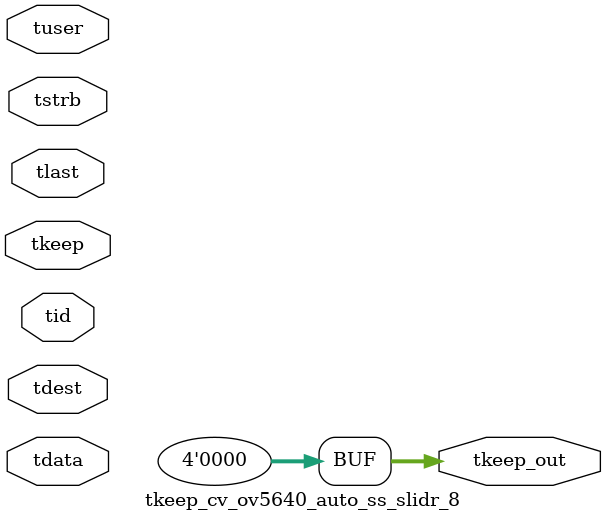
<source format=v>


`timescale 1ps/1ps

module tkeep_cv_ov5640_auto_ss_slidr_8 #
(
parameter C_S_AXIS_TDATA_WIDTH = 32,
parameter C_S_AXIS_TUSER_WIDTH = 0,
parameter C_S_AXIS_TID_WIDTH   = 0,
parameter C_S_AXIS_TDEST_WIDTH = 0,
parameter C_M_AXIS_TDATA_WIDTH = 32
)
(
input  [(C_S_AXIS_TDATA_WIDTH == 0 ? 1 : C_S_AXIS_TDATA_WIDTH)-1:0     ] tdata,
input  [(C_S_AXIS_TUSER_WIDTH == 0 ? 1 : C_S_AXIS_TUSER_WIDTH)-1:0     ] tuser,
input  [(C_S_AXIS_TID_WIDTH   == 0 ? 1 : C_S_AXIS_TID_WIDTH)-1:0       ] tid,
input  [(C_S_AXIS_TDEST_WIDTH == 0 ? 1 : C_S_AXIS_TDEST_WIDTH)-1:0     ] tdest,
input  [(C_S_AXIS_TDATA_WIDTH/8)-1:0 ] tkeep,
input  [(C_S_AXIS_TDATA_WIDTH/8)-1:0 ] tstrb,
input                                                                    tlast,
output [(C_M_AXIS_TDATA_WIDTH/8)-1:0 ] tkeep_out
);

assign tkeep_out = {1'b0};

endmodule


</source>
